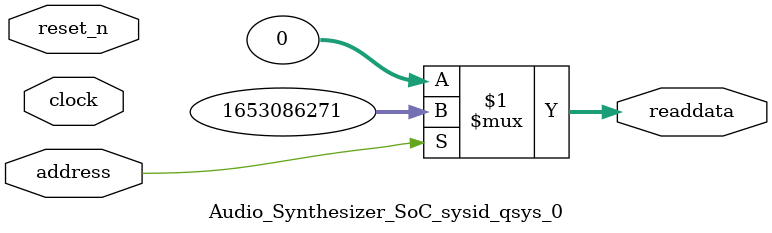
<source format=v>



// synthesis translate_off
`timescale 1ns / 1ps
// synthesis translate_on

// turn off superfluous verilog processor warnings 
// altera message_level Level1 
// altera message_off 10034 10035 10036 10037 10230 10240 10030 

module Audio_Synthesizer_SoC_sysid_qsys_0 (
               // inputs:
                address,
                clock,
                reset_n,

               // outputs:
                readdata
             )
;

  output  [ 31: 0] readdata;
  input            address;
  input            clock;
  input            reset_n;

  wire    [ 31: 0] readdata;
  //control_slave, which is an e_avalon_slave
  assign readdata = address ? 1653086271 : 0;

endmodule



</source>
